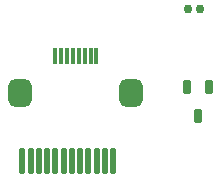
<source format=gts>
G04*
G04 #@! TF.GenerationSoftware,Altium Limited,Altium Designer,21.0.8 (223)*
G04*
G04 Layer_Color=8388736*
%FSLAX25Y25*%
%MOIN*%
G70*
G04*
G04 #@! TF.SameCoordinates,DDAD6121-85C3-450B-9C8F-5C191A547606*
G04*
G04*
G04 #@! TF.FilePolarity,Negative*
G04*
G01*
G75*
G04:AMPARAMS|DCode=18|XSize=92mil|YSize=78mil|CornerRadius=21mil|HoleSize=0mil|Usage=FLASHONLY|Rotation=270.000|XOffset=0mil|YOffset=0mil|HoleType=Round|Shape=RoundedRectangle|*
%AMROUNDEDRECTD18*
21,1,0.09200,0.03600,0,0,270.0*
21,1,0.05000,0.07800,0,0,270.0*
1,1,0.04200,-0.01800,-0.02500*
1,1,0.04200,-0.01800,0.02500*
1,1,0.04200,0.01800,0.02500*
1,1,0.04200,0.01800,-0.02500*
%
%ADD18ROUNDEDRECTD18*%
G04:AMPARAMS|DCode=19|XSize=29.62mil|YSize=45.37mil|CornerRadius=8.91mil|HoleSize=0mil|Usage=FLASHONLY|Rotation=0.000|XOffset=0mil|YOffset=0mil|HoleType=Round|Shape=RoundedRectangle|*
%AMROUNDEDRECTD19*
21,1,0.02962,0.02756,0,0,0.0*
21,1,0.01181,0.04537,0,0,0.0*
1,1,0.01781,0.00591,-0.01378*
1,1,0.01781,-0.00591,-0.01378*
1,1,0.01781,-0.00591,0.01378*
1,1,0.01781,0.00591,0.01378*
%
%ADD19ROUNDEDRECTD19*%
G04:AMPARAMS|DCode=20|XSize=21.75mil|YSize=86mil|CornerRadius=6.94mil|HoleSize=0mil|Usage=FLASHONLY|Rotation=0.000|XOffset=0mil|YOffset=0mil|HoleType=Round|Shape=RoundedRectangle|*
%AMROUNDEDRECTD20*
21,1,0.02175,0.07213,0,0,0.0*
21,1,0.00787,0.08600,0,0,0.0*
1,1,0.01387,0.00394,-0.03606*
1,1,0.01387,-0.00394,-0.03606*
1,1,0.01387,-0.00394,0.03606*
1,1,0.01387,0.00394,0.03606*
%
%ADD20ROUNDEDRECTD20*%
G04:AMPARAMS|DCode=21|XSize=26mil|YSize=26mil|CornerRadius=8mil|HoleSize=0mil|Usage=FLASHONLY|Rotation=90.000|XOffset=0mil|YOffset=0mil|HoleType=Round|Shape=RoundedRectangle|*
%AMROUNDEDRECTD21*
21,1,0.02600,0.01000,0,0,90.0*
21,1,0.01000,0.02600,0,0,90.0*
1,1,0.01600,0.00500,0.00500*
1,1,0.01600,0.00500,-0.00500*
1,1,0.01600,-0.00500,-0.00500*
1,1,0.01600,-0.00500,0.00500*
%
%ADD21ROUNDEDRECTD21*%
G04:AMPARAMS|DCode=22|XSize=56mil|YSize=16mil|CornerRadius=5.5mil|HoleSize=0mil|Usage=FLASHONLY|Rotation=90.000|XOffset=0mil|YOffset=0mil|HoleType=Round|Shape=RoundedRectangle|*
%AMROUNDEDRECTD22*
21,1,0.05600,0.00500,0,0,90.0*
21,1,0.04500,0.01600,0,0,90.0*
1,1,0.01100,0.00250,0.02250*
1,1,0.01100,0.00250,-0.02250*
1,1,0.01100,-0.00250,-0.02250*
1,1,0.01100,-0.00250,0.02250*
%
%ADD22ROUNDEDRECTD22*%
D18*
X99126Y61500D02*
D03*
X62000D02*
D03*
D19*
X121260Y53689D02*
D03*
X117520Y63500D02*
D03*
X125000D02*
D03*
D20*
X93054Y38800D02*
D03*
X90298D02*
D03*
X84787D02*
D03*
X82031D02*
D03*
X73763D02*
D03*
X76519D02*
D03*
X65495D02*
D03*
X68251D02*
D03*
X87542D02*
D03*
X79275D02*
D03*
X71007D02*
D03*
X62739D02*
D03*
D21*
X118000Y89500D02*
D03*
X122000D02*
D03*
D22*
X73673Y73900D02*
D03*
X75642D02*
D03*
X77610D02*
D03*
X79579D02*
D03*
X81547D02*
D03*
X83516D02*
D03*
X85484D02*
D03*
X87453D02*
D03*
M02*

</source>
